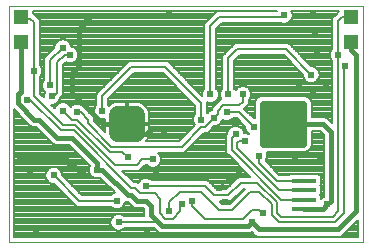
<source format=gbl>
G75*
%MOIN*%
%OFA0B0*%
%FSLAX24Y24*%
%IPPOS*%
%LPD*%
%AMOC8*
5,1,8,0,0,1.08239X$1,22.5*
%
%ADD10C,0.0000*%
%ADD11R,0.0787X0.0157*%
%ADD12C,0.0591*%
%ADD13C,0.0236*%
%ADD14R,0.0472X0.0472*%
%ADD15C,0.0240*%
%ADD16C,0.0160*%
%ADD17C,0.0080*%
%ADD18C,0.0280*%
D10*
X000680Y000380D02*
X000680Y008254D01*
X012491Y008254D01*
X012491Y000380D01*
X000680Y000380D01*
D11*
X010523Y001482D03*
X010523Y001797D03*
X010523Y002112D03*
X010523Y002427D03*
D12*
X004912Y004022D02*
X004322Y004022D01*
X004322Y004612D01*
X004912Y004612D01*
X004912Y004022D01*
X004912Y004612D02*
X004322Y004612D01*
D13*
X009154Y003648D02*
X010492Y003648D01*
X009154Y003648D02*
X009154Y004986D01*
X010492Y004986D01*
X010492Y003648D01*
X010492Y003883D02*
X009154Y003883D01*
X009154Y004118D02*
X010492Y004118D01*
X010492Y004353D02*
X009154Y004353D01*
X009154Y004588D02*
X010492Y004588D01*
X010492Y004823D02*
X009154Y004823D01*
D14*
X012097Y007053D03*
X012097Y007880D03*
X001074Y007880D03*
X001074Y007053D03*
D15*
X001520Y006080D03*
X002060Y005600D03*
X002120Y005240D03*
X002480Y004760D03*
X002960Y004700D03*
X003800Y004760D03*
X002840Y006080D03*
X002720Y006620D03*
X002480Y006860D03*
X001280Y005120D03*
X001040Y003140D03*
X001400Y002780D03*
X002180Y002600D03*
X002720Y002960D03*
X003140Y002600D03*
X003620Y002780D03*
X004640Y003200D03*
X005480Y003140D03*
X005600Y002660D03*
X005240Y002240D03*
X004280Y001760D03*
X004340Y001040D03*
X005300Y000680D03*
X006020Y001400D03*
X006440Y001640D03*
X006800Y001760D03*
X007700Y002180D03*
X007880Y001700D03*
X008780Y001040D03*
X009140Y001340D03*
X008360Y002660D03*
X009020Y003260D03*
X008540Y003740D03*
X008240Y003980D03*
X008840Y004220D03*
X007940Y004700D03*
X007520Y004520D03*
X007100Y004460D03*
X007400Y005300D03*
X008000Y005300D03*
X008480Y005300D03*
X010340Y005660D03*
X010760Y005960D03*
X011240Y005540D03*
X010820Y005360D03*
X011900Y006260D03*
X011660Y006620D03*
X010940Y006620D03*
X010880Y007340D03*
X010820Y008000D03*
X009860Y007940D03*
X006020Y008000D03*
X005840Y004100D03*
X010220Y003080D03*
X011060Y003080D03*
X011300Y001640D03*
X001580Y000740D03*
D16*
X003140Y002600D02*
X002600Y003140D01*
X001040Y003140D01*
X002300Y003860D02*
X002780Y003860D01*
X003620Y003020D01*
X003620Y002780D01*
X003800Y002780D01*
X004640Y001940D01*
X004760Y001940D01*
X004940Y001760D01*
X005240Y001760D01*
X005420Y001580D01*
X005420Y001280D01*
X005690Y001010D01*
X005780Y000920D01*
X008660Y000920D01*
X008780Y001040D01*
X009020Y000800D01*
X011660Y000800D01*
X012260Y001400D01*
X012260Y006620D01*
X012097Y006783D01*
X012097Y007053D01*
X011143Y004317D02*
X009823Y004317D01*
X011143Y004317D02*
X011420Y004040D01*
X011420Y001760D01*
X011300Y001640D01*
X011142Y001482D01*
X010523Y001482D01*
X011180Y001520D02*
X011300Y001640D01*
X005360Y003980D02*
X004617Y003980D01*
X004617Y004317D01*
X003823Y004317D01*
X002780Y005360D01*
X002780Y006020D01*
X002840Y006080D01*
X003020Y006260D01*
X003020Y007497D01*
X003320Y007797D01*
X001074Y007053D02*
X001074Y005394D01*
X000980Y005300D01*
X000980Y005000D01*
X001520Y004460D01*
X001700Y004460D01*
X002300Y003860D01*
D17*
X002097Y003724D02*
X002164Y003657D01*
X002252Y003620D01*
X002681Y003620D01*
X003377Y002924D01*
X003340Y002836D01*
X003340Y002724D01*
X003383Y002621D01*
X003461Y002543D01*
X003564Y002500D01*
X003676Y002500D01*
X003722Y002519D01*
X004208Y002033D01*
X004121Y001997D01*
X004084Y001960D01*
X003103Y001960D01*
X002460Y002603D01*
X002460Y002656D01*
X002417Y002759D01*
X002339Y002837D01*
X002236Y002880D01*
X002124Y002880D01*
X002021Y002837D01*
X001943Y002759D01*
X001900Y002656D01*
X001900Y002544D01*
X001943Y002441D01*
X002021Y002363D01*
X002124Y002320D01*
X002177Y002320D01*
X002937Y001560D01*
X004084Y001560D01*
X004121Y001523D01*
X004224Y001480D01*
X004336Y001480D01*
X004439Y001523D01*
X004517Y001601D01*
X004560Y001704D01*
X004560Y001713D01*
X004592Y001700D01*
X004661Y001700D01*
X004737Y001624D01*
X004804Y001557D01*
X004892Y001520D01*
X005141Y001520D01*
X005180Y001481D01*
X005180Y001240D01*
X004536Y001240D01*
X004499Y001277D01*
X004396Y001320D01*
X004284Y001320D01*
X004181Y001277D01*
X004103Y001199D01*
X004060Y001096D01*
X004060Y000984D01*
X004103Y000881D01*
X004181Y000803D01*
X004284Y000760D01*
X004396Y000760D01*
X004499Y000803D01*
X004536Y000840D01*
X005521Y000840D01*
X005577Y000784D01*
X005644Y000717D01*
X005732Y000680D01*
X008708Y000680D01*
X008773Y000707D01*
X008884Y000597D01*
X008972Y000560D01*
X011708Y000560D01*
X011796Y000597D01*
X011863Y000664D01*
X012331Y001132D01*
X012331Y000540D01*
X000840Y000540D01*
X000840Y004801D01*
X001317Y004324D01*
X001384Y004257D01*
X001472Y004220D01*
X001601Y004220D01*
X002097Y003724D01*
X002065Y003756D02*
X000840Y003756D01*
X000840Y003834D02*
X001987Y003834D01*
X001908Y003913D02*
X000840Y003913D01*
X000840Y003991D02*
X001830Y003991D01*
X001751Y004070D02*
X000840Y004070D01*
X000840Y004148D02*
X001673Y004148D01*
X001457Y004227D02*
X000840Y004227D01*
X000840Y004305D02*
X001336Y004305D01*
X001257Y004384D02*
X000840Y004384D01*
X000840Y004462D02*
X001179Y004462D01*
X001100Y004541D02*
X000840Y004541D01*
X000840Y004619D02*
X001022Y004619D01*
X000943Y004698D02*
X000840Y004698D01*
X000840Y004776D02*
X000865Y004776D01*
X001280Y005120D02*
X001400Y005120D01*
X002420Y004100D01*
X002840Y004100D01*
X004760Y002180D01*
X004880Y002180D01*
X005060Y002000D01*
X005540Y002000D01*
X005720Y001820D01*
X005720Y001340D01*
X005900Y001160D01*
X006140Y001160D01*
X006380Y001400D01*
X006380Y001580D01*
X006440Y001640D01*
X006800Y001580D02*
X006800Y001760D01*
X006800Y001580D02*
X007220Y001160D01*
X008480Y001160D01*
X008780Y001460D01*
X009020Y001460D01*
X009140Y001340D01*
X009440Y001280D02*
X009440Y001640D01*
X009020Y002060D01*
X008720Y002060D01*
X008120Y001460D01*
X007700Y001460D01*
X007100Y002060D01*
X006380Y002060D01*
X006020Y001700D01*
X006020Y001400D01*
X005660Y001040D02*
X005690Y001010D01*
X005660Y001040D02*
X004340Y001040D01*
X004083Y000930D02*
X000840Y000930D01*
X000840Y001008D02*
X004060Y001008D01*
X004060Y001087D02*
X000840Y001087D01*
X000840Y001165D02*
X004089Y001165D01*
X004148Y001244D02*
X000840Y001244D01*
X000840Y001322D02*
X005180Y001322D01*
X005180Y001244D02*
X004532Y001244D01*
X004473Y001558D02*
X004803Y001558D01*
X004737Y001624D02*
X004737Y001624D01*
X004725Y001636D02*
X004532Y001636D01*
X004280Y001760D02*
X003020Y001760D01*
X002180Y002600D01*
X001919Y002500D02*
X000840Y002500D01*
X000840Y002578D02*
X001900Y002578D01*
X001900Y002657D02*
X000840Y002657D01*
X000840Y002735D02*
X001933Y002735D01*
X001998Y002814D02*
X000840Y002814D01*
X000840Y002892D02*
X003363Y002892D01*
X003340Y002814D02*
X002362Y002814D01*
X002427Y002735D02*
X003340Y002735D01*
X003368Y002657D02*
X002460Y002657D01*
X002485Y002578D02*
X003426Y002578D01*
X003741Y002500D02*
X002563Y002500D01*
X002642Y002421D02*
X003820Y002421D01*
X003898Y002343D02*
X002720Y002343D01*
X002799Y002264D02*
X003977Y002264D01*
X004055Y002186D02*
X002877Y002186D01*
X002956Y002107D02*
X004134Y002107D01*
X004197Y002029D02*
X003034Y002029D01*
X002783Y001715D02*
X000840Y001715D01*
X000840Y001793D02*
X002704Y001793D01*
X002626Y001872D02*
X000840Y001872D01*
X000840Y001950D02*
X002547Y001950D01*
X002469Y002029D02*
X000840Y002029D01*
X000840Y002107D02*
X002390Y002107D01*
X002312Y002186D02*
X000840Y002186D01*
X000840Y002264D02*
X002233Y002264D01*
X002070Y002343D02*
X000840Y002343D01*
X000840Y002421D02*
X001963Y002421D01*
X002861Y001636D02*
X000840Y001636D01*
X000840Y001558D02*
X004087Y001558D01*
X004133Y000851D02*
X000840Y000851D01*
X000840Y000773D02*
X004254Y000773D01*
X004426Y000773D02*
X005588Y000773D01*
X005698Y000694D02*
X000840Y000694D01*
X000840Y000616D02*
X008865Y000616D01*
X008787Y000694D02*
X008742Y000694D01*
X009440Y001280D02*
X009680Y001040D01*
X011540Y001040D01*
X011840Y001340D01*
X011840Y006200D01*
X011900Y006260D01*
X011460Y006268D02*
X010735Y006268D01*
X010763Y006240D02*
X010003Y007000D01*
X008217Y007000D01*
X008100Y006883D01*
X007800Y006583D01*
X007800Y005496D01*
X007763Y005459D01*
X007720Y005356D01*
X007720Y005244D01*
X007763Y005141D01*
X007764Y005140D01*
X007737Y005140D01*
X007557Y004960D01*
X007440Y004843D01*
X007440Y004790D01*
X007361Y004757D01*
X007300Y004696D01*
X007300Y005038D01*
X007344Y005020D01*
X007456Y005020D01*
X007559Y005063D01*
X007637Y005141D01*
X007680Y005244D01*
X007680Y005356D01*
X007637Y005459D01*
X007600Y005496D01*
X007600Y007497D01*
X007783Y007680D01*
X009756Y007680D01*
X009804Y007660D01*
X009916Y007660D01*
X010019Y007703D01*
X010097Y007781D01*
X010140Y007884D01*
X010140Y007996D01*
X010099Y008094D01*
X011701Y008094D01*
X011701Y008080D01*
X011697Y008080D01*
X011580Y007963D01*
X011460Y007843D01*
X011460Y006816D01*
X011423Y006779D01*
X011380Y006676D01*
X011380Y006564D01*
X011423Y006461D01*
X011460Y006424D01*
X011460Y004339D01*
X011279Y004520D01*
X011191Y004557D01*
X010771Y004557D01*
X010771Y005042D01*
X010728Y005144D01*
X010650Y005222D01*
X010548Y005264D01*
X009099Y005264D01*
X008996Y005222D01*
X008918Y005144D01*
X008876Y005042D01*
X008876Y004500D01*
X008843Y004500D01*
X008523Y004820D01*
X008560Y004857D01*
X008680Y004977D01*
X008680Y005104D01*
X008717Y005141D01*
X008760Y005244D01*
X008760Y005356D01*
X008717Y005459D01*
X008639Y005537D01*
X008536Y005580D01*
X008424Y005580D01*
X008321Y005537D01*
X008243Y005459D01*
X008240Y005452D01*
X008237Y005459D01*
X008200Y005496D01*
X008200Y006417D01*
X008383Y006600D01*
X009837Y006600D01*
X010480Y005957D01*
X010480Y005904D01*
X010523Y005801D01*
X010601Y005723D01*
X010704Y005680D01*
X010816Y005680D01*
X010919Y005723D01*
X010997Y005801D01*
X011040Y005904D01*
X011040Y006016D01*
X010997Y006119D01*
X010919Y006197D01*
X010816Y006240D01*
X010763Y006240D01*
X010657Y006346D02*
X011460Y006346D01*
X011460Y006425D02*
X010578Y006425D01*
X010500Y006503D02*
X011405Y006503D01*
X011380Y006582D02*
X010421Y006582D01*
X010343Y006660D02*
X011380Y006660D01*
X011406Y006739D02*
X010264Y006739D01*
X010186Y006817D02*
X011460Y006817D01*
X011460Y006896D02*
X010107Y006896D01*
X010029Y006974D02*
X011460Y006974D01*
X011460Y007053D02*
X007600Y007053D01*
X007600Y007131D02*
X011460Y007131D01*
X011460Y007210D02*
X007600Y007210D01*
X007600Y007288D02*
X011460Y007288D01*
X011460Y007367D02*
X007600Y007367D01*
X007600Y007445D02*
X011460Y007445D01*
X011460Y007524D02*
X007626Y007524D01*
X007705Y007602D02*
X011460Y007602D01*
X011460Y007681D02*
X009965Y007681D01*
X010075Y007759D02*
X011460Y007759D01*
X011460Y007838D02*
X010121Y007838D01*
X010140Y007916D02*
X011533Y007916D01*
X011612Y007995D02*
X010140Y007995D01*
X010108Y008073D02*
X011690Y008073D01*
X011780Y007880D02*
X012097Y007880D01*
X011780Y007880D02*
X011660Y007760D01*
X011660Y006620D01*
X011660Y001400D01*
X011480Y001220D01*
X009740Y001220D01*
X009620Y001340D01*
X009620Y001700D01*
X008960Y002360D01*
X008420Y002360D01*
X008000Y001940D01*
X007520Y001940D01*
X007220Y002240D01*
X005240Y002240D01*
X005436Y002440D02*
X005399Y002477D01*
X005296Y002520D01*
X005184Y002520D01*
X005081Y002477D01*
X005003Y002399D01*
X004986Y002357D01*
X004963Y002380D01*
X004843Y002380D01*
X004463Y002760D01*
X005023Y002760D01*
X005140Y002877D01*
X005203Y002940D01*
X005284Y002940D01*
X005321Y002903D01*
X005424Y002860D01*
X005536Y002860D01*
X005639Y002903D01*
X005717Y002981D01*
X005760Y003084D01*
X005760Y003196D01*
X005717Y003299D01*
X005656Y003360D01*
X006523Y003360D01*
X007183Y004020D01*
X007303Y004020D01*
X007523Y004240D01*
X007576Y004240D01*
X007679Y004283D01*
X007757Y004361D01*
X007797Y004456D01*
X007884Y004420D01*
X007996Y004420D01*
X008099Y004463D01*
X008136Y004500D01*
X008277Y004500D01*
X008560Y004217D01*
X008560Y004164D01*
X008603Y004061D01*
X008678Y003986D01*
X008596Y004020D01*
X008520Y004020D01*
X008520Y004036D01*
X008477Y004139D01*
X008399Y004217D01*
X008296Y004260D01*
X008184Y004260D01*
X008081Y004217D01*
X008003Y004139D01*
X007960Y004036D01*
X007960Y003983D01*
X007920Y003943D01*
X007920Y003357D01*
X008037Y003240D01*
X008717Y002560D01*
X008337Y002560D01*
X008220Y002443D01*
X007917Y002140D01*
X007603Y002140D01*
X007303Y002440D01*
X005436Y002440D01*
X005345Y002500D02*
X008277Y002500D01*
X008180Y002480D02*
X008000Y002480D01*
X007700Y002180D01*
X007557Y002186D02*
X007963Y002186D01*
X008041Y002264D02*
X007479Y002264D01*
X007400Y002343D02*
X008120Y002343D01*
X008198Y002421D02*
X007322Y002421D01*
X008136Y001793D02*
X008170Y001793D01*
X008214Y001872D02*
X008249Y001872D01*
X008293Y001950D02*
X008327Y001950D01*
X008371Y002029D02*
X008406Y002029D01*
X008450Y002107D02*
X008484Y002107D01*
X008503Y002160D02*
X008537Y002160D01*
X008037Y001660D01*
X007783Y001660D01*
X007703Y001740D01*
X007917Y001740D01*
X008083Y001740D01*
X008503Y002160D01*
X008180Y002480D02*
X008360Y002660D01*
X008464Y002814D02*
X005076Y002814D01*
X005155Y002892D02*
X005347Y002892D01*
X005613Y002892D02*
X008385Y002892D01*
X008307Y002971D02*
X005706Y002971D01*
X005745Y003049D02*
X008228Y003049D01*
X008150Y003128D02*
X005760Y003128D01*
X005756Y003206D02*
X008071Y003206D01*
X007993Y003285D02*
X005723Y003285D01*
X005480Y003140D02*
X005120Y003140D01*
X004940Y002960D01*
X004220Y002960D01*
X002900Y004280D01*
X002480Y004280D01*
X001520Y005240D01*
X001520Y005900D01*
X001520Y006080D01*
X001520Y007700D01*
X001400Y007820D01*
X001134Y007820D01*
X001074Y007880D01*
X001470Y008020D02*
X001470Y008094D01*
X009621Y008094D01*
X009615Y008080D01*
X007617Y008080D01*
X007500Y007963D01*
X007200Y007663D01*
X007200Y005496D01*
X007163Y005459D01*
X007120Y005356D01*
X007120Y005263D01*
X005983Y006400D01*
X004677Y006400D01*
X004560Y006283D01*
X004560Y006283D01*
X003717Y005440D01*
X003600Y005323D01*
X003600Y004956D01*
X003563Y004919D01*
X003520Y004816D01*
X003520Y004704D01*
X003563Y004601D01*
X003641Y004523D01*
X003744Y004480D01*
X003856Y004480D01*
X003886Y004493D01*
X003886Y004357D01*
X004577Y004357D01*
X004577Y004277D01*
X004577Y003760D01*
X004657Y003760D01*
X004657Y004277D01*
X004577Y004277D01*
X003886Y004277D01*
X003886Y004056D01*
X003520Y004423D01*
X003520Y004543D01*
X003403Y004660D01*
X003163Y004900D01*
X003156Y004900D01*
X003119Y004937D01*
X003016Y004980D01*
X002904Y004980D01*
X002801Y004937D01*
X002736Y004872D01*
X002717Y004919D01*
X002639Y004997D01*
X002536Y005040D01*
X002424Y005040D01*
X002321Y004997D01*
X002243Y004919D01*
X002208Y004835D01*
X002083Y004960D01*
X002176Y004960D01*
X002279Y005003D01*
X002357Y005081D01*
X002395Y005172D01*
X002500Y005277D01*
X002500Y006297D01*
X002578Y006376D01*
X002664Y006340D01*
X002776Y006340D01*
X002879Y006383D01*
X002957Y006461D01*
X003000Y006564D01*
X003000Y006676D01*
X002957Y006779D01*
X002879Y006857D01*
X002776Y006900D01*
X002760Y006900D01*
X002760Y006916D01*
X002717Y007019D01*
X002639Y007097D01*
X002536Y007140D01*
X002424Y007140D01*
X002321Y007097D01*
X002243Y007019D01*
X002200Y006916D01*
X002200Y006863D01*
X001860Y006523D01*
X001860Y005796D01*
X001823Y005759D01*
X001780Y005656D01*
X001780Y005544D01*
X001823Y005441D01*
X001878Y005386D01*
X001840Y005296D01*
X001840Y005203D01*
X001720Y005323D01*
X001720Y005884D01*
X001757Y005921D01*
X001800Y006024D01*
X001800Y006136D01*
X001757Y006239D01*
X001720Y006276D01*
X001720Y007783D01*
X001600Y007903D01*
X001483Y008020D01*
X001470Y008020D01*
X001508Y007995D02*
X007532Y007995D01*
X007610Y008073D02*
X001470Y008073D01*
X001587Y007916D02*
X007453Y007916D01*
X007375Y007838D02*
X001665Y007838D01*
X001720Y007759D02*
X007296Y007759D01*
X007218Y007681D02*
X001720Y007681D01*
X001720Y007602D02*
X007200Y007602D01*
X007200Y007524D02*
X001720Y007524D01*
X001720Y007445D02*
X007200Y007445D01*
X007200Y007367D02*
X001720Y007367D01*
X001720Y007288D02*
X007200Y007288D01*
X007200Y007210D02*
X001720Y007210D01*
X001720Y007131D02*
X002403Y007131D01*
X002277Y007053D02*
X001720Y007053D01*
X001720Y006974D02*
X002224Y006974D01*
X002200Y006896D02*
X001720Y006896D01*
X001720Y006817D02*
X002154Y006817D01*
X002076Y006739D02*
X001720Y006739D01*
X001720Y006660D02*
X001997Y006660D01*
X001919Y006582D02*
X001720Y006582D01*
X001720Y006503D02*
X001860Y006503D01*
X001860Y006425D02*
X001720Y006425D01*
X001720Y006346D02*
X001860Y006346D01*
X001860Y006268D02*
X001728Y006268D01*
X001778Y006189D02*
X001860Y006189D01*
X001860Y006111D02*
X001800Y006111D01*
X001800Y006032D02*
X001860Y006032D01*
X001860Y005954D02*
X001771Y005954D01*
X001720Y005875D02*
X001860Y005875D01*
X001860Y005797D02*
X001720Y005797D01*
X001720Y005718D02*
X001806Y005718D01*
X001780Y005640D02*
X001720Y005640D01*
X001720Y005561D02*
X001780Y005561D01*
X001806Y005483D02*
X001720Y005483D01*
X001720Y005404D02*
X001860Y005404D01*
X001852Y005326D02*
X001720Y005326D01*
X001796Y005247D02*
X001840Y005247D01*
X002120Y005240D02*
X002180Y005240D01*
X002300Y005360D01*
X002300Y006380D01*
X002540Y006620D01*
X002720Y006620D01*
X002975Y006503D02*
X007200Y006503D01*
X007200Y006425D02*
X002920Y006425D01*
X002790Y006346D02*
X004623Y006346D01*
X004545Y006268D02*
X002500Y006268D01*
X002500Y006189D02*
X004466Y006189D01*
X004388Y006111D02*
X002500Y006111D01*
X002500Y006032D02*
X004309Y006032D01*
X004231Y005954D02*
X002500Y005954D01*
X002500Y005875D02*
X004152Y005875D01*
X004074Y005797D02*
X002500Y005797D01*
X002500Y005718D02*
X003995Y005718D01*
X003917Y005640D02*
X002500Y005640D01*
X002500Y005561D02*
X003838Y005561D01*
X003760Y005483D02*
X002500Y005483D01*
X002500Y005404D02*
X003681Y005404D01*
X003717Y005440D02*
X003717Y005440D01*
X003603Y005326D02*
X002500Y005326D01*
X002470Y005247D02*
X003600Y005247D01*
X003600Y005169D02*
X002393Y005169D01*
X002361Y005090D02*
X003600Y005090D01*
X003600Y005012D02*
X002604Y005012D01*
X002703Y004933D02*
X002797Y004933D01*
X002960Y004700D02*
X003080Y004700D01*
X003320Y004460D01*
X003320Y004340D01*
X004100Y003560D01*
X006440Y003560D01*
X007100Y004220D01*
X007220Y004220D01*
X007520Y004520D01*
X007640Y004640D01*
X007640Y004760D01*
X007820Y004940D01*
X008360Y004940D01*
X008480Y005060D01*
X008480Y005300D01*
X008740Y005404D02*
X011460Y005404D01*
X011460Y005326D02*
X008760Y005326D01*
X008760Y005247D02*
X009057Y005247D01*
X008943Y005169D02*
X008729Y005169D01*
X008680Y005090D02*
X008896Y005090D01*
X008876Y005012D02*
X008680Y005012D01*
X008636Y004933D02*
X008876Y004933D01*
X008876Y004855D02*
X008557Y004855D01*
X008567Y004776D02*
X008876Y004776D01*
X008876Y004698D02*
X008645Y004698D01*
X008724Y004619D02*
X008876Y004619D01*
X008876Y004541D02*
X008802Y004541D01*
X008551Y004227D02*
X008377Y004227D01*
X008468Y004148D02*
X008567Y004148D01*
X008599Y004070D02*
X008506Y004070D01*
X008666Y003991D02*
X008673Y003991D01*
X008840Y004220D02*
X008360Y004700D01*
X007940Y004700D01*
X008097Y004462D02*
X008315Y004462D01*
X008394Y004384D02*
X007767Y004384D01*
X007701Y004305D02*
X008472Y004305D01*
X008103Y004227D02*
X007509Y004227D01*
X007431Y004148D02*
X008012Y004148D01*
X007974Y004070D02*
X007352Y004070D01*
X007154Y003991D02*
X007960Y003991D01*
X007920Y003913D02*
X007075Y003913D01*
X006997Y003834D02*
X007920Y003834D01*
X007920Y003756D02*
X006918Y003756D01*
X006840Y003677D02*
X007920Y003677D01*
X007920Y003599D02*
X006761Y003599D01*
X006683Y003520D02*
X007920Y003520D01*
X007920Y003442D02*
X006604Y003442D01*
X006526Y003363D02*
X007920Y003363D01*
X008120Y003440D02*
X008120Y003860D01*
X008240Y003980D01*
X008360Y003740D02*
X008540Y003740D01*
X008360Y003740D02*
X008300Y003680D01*
X008300Y003500D01*
X009688Y002112D01*
X010523Y002112D01*
X010523Y001797D02*
X009763Y001797D01*
X008120Y003440D01*
X008542Y002735D02*
X004488Y002735D01*
X004566Y002657D02*
X008621Y002657D01*
X008699Y002578D02*
X004645Y002578D01*
X004723Y002500D02*
X005135Y002500D01*
X005025Y002421D02*
X004802Y002421D01*
X004640Y003200D02*
X004460Y003380D01*
X004040Y003380D01*
X002960Y004460D01*
X002780Y004460D01*
X002480Y004760D01*
X002216Y004855D02*
X002188Y004855D01*
X002257Y004933D02*
X002110Y004933D01*
X002287Y005012D02*
X002356Y005012D01*
X002060Y005600D02*
X002060Y006440D01*
X002480Y006860D01*
X002736Y006974D02*
X007200Y006974D01*
X007200Y006896D02*
X002787Y006896D01*
X002919Y006817D02*
X007200Y006817D01*
X007200Y006739D02*
X002974Y006739D01*
X003000Y006660D02*
X007200Y006660D01*
X007200Y006582D02*
X003000Y006582D01*
X002650Y006346D02*
X002549Y006346D01*
X002683Y007053D02*
X007200Y007053D01*
X007200Y007131D02*
X002557Y007131D01*
X004482Y005640D02*
X006178Y005640D01*
X006099Y005718D02*
X004561Y005718D01*
X004639Y005797D02*
X006021Y005797D01*
X005942Y005875D02*
X004718Y005875D01*
X004796Y005954D02*
X005864Y005954D01*
X005817Y006000D02*
X006900Y004917D01*
X006900Y004656D01*
X006863Y004619D01*
X005348Y004619D01*
X005348Y004647D02*
X005337Y004714D01*
X005316Y004779D01*
X005285Y004840D01*
X005244Y004896D01*
X005196Y004944D01*
X005140Y004985D01*
X005079Y005016D01*
X005014Y005037D01*
X004947Y005048D01*
X004657Y005048D01*
X004657Y004357D01*
X004577Y004357D01*
X004577Y005048D01*
X004287Y005048D01*
X004220Y005037D01*
X004155Y005016D01*
X004094Y004985D01*
X004038Y004944D01*
X004025Y004931D01*
X004000Y004956D01*
X004000Y005157D01*
X004843Y006000D01*
X005817Y006000D01*
X005900Y006200D02*
X007100Y005000D01*
X007100Y004460D01*
X006863Y004619D02*
X006820Y004516D01*
X006820Y004404D01*
X006863Y004301D01*
X006881Y004283D01*
X006357Y003760D01*
X005260Y003760D01*
X005285Y003794D01*
X005316Y003855D01*
X005337Y003920D01*
X005348Y003987D01*
X005348Y004277D01*
X004657Y004277D01*
X004657Y004357D01*
X005348Y004357D01*
X005348Y004647D01*
X005339Y004698D02*
X006900Y004698D01*
X006900Y004776D02*
X005317Y004776D01*
X005274Y004855D02*
X006900Y004855D01*
X006884Y004933D02*
X005207Y004933D01*
X005088Y005012D02*
X006806Y005012D01*
X006727Y005090D02*
X004000Y005090D01*
X004000Y005012D02*
X004146Y005012D01*
X004027Y004933D02*
X004023Y004933D01*
X003800Y004760D02*
X003800Y005240D01*
X004760Y006200D01*
X005900Y006200D01*
X006037Y006346D02*
X007200Y006346D01*
X007200Y006268D02*
X006115Y006268D01*
X006194Y006189D02*
X007200Y006189D01*
X007200Y006111D02*
X006272Y006111D01*
X006351Y006032D02*
X007200Y006032D01*
X007200Y005954D02*
X006429Y005954D01*
X006508Y005875D02*
X007200Y005875D01*
X007200Y005797D02*
X006586Y005797D01*
X006665Y005718D02*
X007200Y005718D01*
X007200Y005640D02*
X006743Y005640D01*
X006822Y005561D02*
X007200Y005561D01*
X007187Y005483D02*
X006900Y005483D01*
X006979Y005404D02*
X007140Y005404D01*
X007120Y005326D02*
X007057Y005326D01*
X007400Y005300D02*
X007400Y007580D01*
X007700Y007880D01*
X009800Y007880D01*
X009860Y007940D01*
X009920Y006800D02*
X008300Y006800D01*
X008000Y006500D01*
X008000Y005300D01*
X007740Y005404D02*
X007660Y005404D01*
X007680Y005326D02*
X007720Y005326D01*
X007720Y005247D02*
X007680Y005247D01*
X007649Y005169D02*
X007751Y005169D01*
X007687Y005090D02*
X007586Y005090D01*
X007609Y005012D02*
X007300Y005012D01*
X007300Y004933D02*
X007530Y004933D01*
X007452Y004855D02*
X007300Y004855D01*
X007300Y004776D02*
X007406Y004776D01*
X007302Y004698D02*
X007300Y004698D01*
X006830Y004541D02*
X005348Y004541D01*
X005348Y004462D02*
X006820Y004462D01*
X006829Y004384D02*
X005348Y004384D01*
X005348Y004227D02*
X006824Y004227D01*
X006861Y004305D02*
X004657Y004305D01*
X004657Y004227D02*
X004577Y004227D01*
X004577Y004305D02*
X003638Y004305D01*
X003716Y004227D02*
X003886Y004227D01*
X003886Y004148D02*
X003795Y004148D01*
X003873Y004070D02*
X003886Y004070D01*
X003886Y004384D02*
X003559Y004384D01*
X003520Y004462D02*
X003886Y004462D01*
X003624Y004541D02*
X003520Y004541D01*
X003555Y004619D02*
X003444Y004619D01*
X003365Y004698D02*
X003523Y004698D01*
X003520Y004776D02*
X003287Y004776D01*
X003208Y004855D02*
X003536Y004855D01*
X003577Y004933D02*
X003123Y004933D01*
X004011Y005169D02*
X006649Y005169D01*
X006570Y005247D02*
X004090Y005247D01*
X004168Y005326D02*
X006492Y005326D01*
X006413Y005404D02*
X004247Y005404D01*
X004325Y005483D02*
X006335Y005483D01*
X006256Y005561D02*
X004404Y005561D01*
X004577Y005012D02*
X004657Y005012D01*
X004657Y004933D02*
X004577Y004933D01*
X004577Y004855D02*
X004657Y004855D01*
X004657Y004776D02*
X004577Y004776D01*
X004577Y004698D02*
X004657Y004698D01*
X004657Y004619D02*
X004577Y004619D01*
X004577Y004541D02*
X004657Y004541D01*
X004657Y004462D02*
X004577Y004462D01*
X004577Y004384D02*
X004657Y004384D01*
X004657Y004148D02*
X004577Y004148D01*
X004577Y004070D02*
X004657Y004070D01*
X004657Y003991D02*
X004577Y003991D01*
X004577Y003913D02*
X004657Y003913D01*
X004657Y003834D02*
X004577Y003834D01*
X005305Y003834D02*
X006431Y003834D01*
X006510Y003913D02*
X005334Y003913D01*
X005348Y003991D02*
X006588Y003991D01*
X006667Y004070D02*
X005348Y004070D01*
X005348Y004148D02*
X006745Y004148D01*
X007613Y005483D02*
X007787Y005483D01*
X007800Y005561D02*
X007600Y005561D01*
X007600Y005640D02*
X007800Y005640D01*
X007800Y005718D02*
X007600Y005718D01*
X007600Y005797D02*
X007800Y005797D01*
X007800Y005875D02*
X007600Y005875D01*
X007600Y005954D02*
X007800Y005954D01*
X007800Y006032D02*
X007600Y006032D01*
X007600Y006111D02*
X007800Y006111D01*
X007800Y006189D02*
X007600Y006189D01*
X007600Y006268D02*
X007800Y006268D01*
X007800Y006346D02*
X007600Y006346D01*
X007600Y006425D02*
X007800Y006425D01*
X007800Y006503D02*
X007600Y006503D01*
X007600Y006582D02*
X007800Y006582D01*
X007877Y006660D02*
X007600Y006660D01*
X007600Y006739D02*
X007956Y006739D01*
X008034Y006817D02*
X007600Y006817D01*
X007600Y006896D02*
X008113Y006896D01*
X008191Y006974D02*
X007600Y006974D01*
X008207Y006425D02*
X010013Y006425D01*
X009934Y006503D02*
X008286Y006503D01*
X008364Y006582D02*
X009856Y006582D01*
X009920Y006800D02*
X010760Y005960D01*
X010992Y005797D02*
X011460Y005797D01*
X011460Y005875D02*
X011028Y005875D01*
X011040Y005954D02*
X011460Y005954D01*
X011460Y006032D02*
X011033Y006032D01*
X011001Y006111D02*
X011460Y006111D01*
X011460Y006189D02*
X010927Y006189D01*
X010492Y005875D02*
X008200Y005875D01*
X008200Y005797D02*
X010528Y005797D01*
X010613Y005718D02*
X008200Y005718D01*
X008200Y005640D02*
X011460Y005640D01*
X011460Y005718D02*
X010907Y005718D01*
X010480Y005954D02*
X008200Y005954D01*
X008200Y006032D02*
X010405Y006032D01*
X010327Y006111D02*
X008200Y006111D01*
X008200Y006189D02*
X010248Y006189D01*
X010170Y006268D02*
X008200Y006268D01*
X008200Y006346D02*
X010091Y006346D01*
X011460Y005483D02*
X008693Y005483D01*
X008582Y005561D02*
X011460Y005561D01*
X011460Y005247D02*
X010590Y005247D01*
X010704Y005169D02*
X011460Y005169D01*
X011460Y005090D02*
X010751Y005090D01*
X010771Y005012D02*
X011460Y005012D01*
X011460Y004933D02*
X010771Y004933D01*
X010771Y004855D02*
X011460Y004855D01*
X011460Y004776D02*
X010771Y004776D01*
X010771Y004698D02*
X011460Y004698D01*
X011460Y004619D02*
X010771Y004619D01*
X011231Y004541D02*
X011460Y004541D01*
X011460Y004462D02*
X011337Y004462D01*
X011416Y004384D02*
X011460Y004384D01*
X011051Y004070D02*
X010771Y004070D01*
X010771Y004077D02*
X011044Y004077D01*
X011180Y003941D01*
X011180Y001893D01*
X011141Y001877D01*
X011076Y001812D01*
X011076Y001942D01*
X011064Y001955D01*
X011076Y001967D01*
X011076Y002257D01*
X011064Y002270D01*
X011076Y002282D01*
X011076Y002572D01*
X010982Y002666D01*
X010063Y002666D01*
X010024Y002627D01*
X009696Y002627D01*
X009239Y003083D01*
X009257Y003101D01*
X009300Y003204D01*
X009300Y003316D01*
X009278Y003370D01*
X010548Y003370D01*
X010650Y003412D01*
X010728Y003490D01*
X010771Y003592D01*
X010771Y004077D01*
X010771Y003991D02*
X011130Y003991D01*
X011180Y003913D02*
X010771Y003913D01*
X010771Y003834D02*
X011180Y003834D01*
X011180Y003756D02*
X010771Y003756D01*
X010771Y003677D02*
X011180Y003677D01*
X011180Y003599D02*
X010771Y003599D01*
X010741Y003520D02*
X011180Y003520D01*
X011180Y003442D02*
X010680Y003442D01*
X011180Y003363D02*
X009280Y003363D01*
X009300Y003285D02*
X011180Y003285D01*
X011180Y003206D02*
X009300Y003206D01*
X009268Y003128D02*
X011180Y003128D01*
X011180Y003049D02*
X009274Y003049D01*
X009352Y002971D02*
X011180Y002971D01*
X011180Y002892D02*
X009431Y002892D01*
X009509Y002814D02*
X011180Y002814D01*
X011180Y002735D02*
X009588Y002735D01*
X009666Y002657D02*
X010053Y002657D01*
X009613Y002427D02*
X009020Y003020D01*
X009020Y003260D01*
X009613Y002427D02*
X010523Y002427D01*
X010992Y002657D02*
X011180Y002657D01*
X011180Y002578D02*
X011070Y002578D01*
X011076Y002500D02*
X011180Y002500D01*
X011180Y002421D02*
X011076Y002421D01*
X011076Y002343D02*
X011180Y002343D01*
X011180Y002264D02*
X011070Y002264D01*
X011076Y002186D02*
X011180Y002186D01*
X011180Y002107D02*
X011076Y002107D01*
X011076Y002029D02*
X011180Y002029D01*
X011180Y001950D02*
X011069Y001950D01*
X011076Y001872D02*
X011136Y001872D01*
X012286Y001087D02*
X012331Y001087D01*
X012331Y001008D02*
X012207Y001008D01*
X012129Y000930D02*
X012331Y000930D01*
X012331Y000851D02*
X012050Y000851D01*
X011972Y000773D02*
X012331Y000773D01*
X012331Y000694D02*
X011893Y000694D01*
X011815Y000616D02*
X012331Y000616D01*
X011060Y003080D02*
X010220Y003080D01*
X008092Y001715D02*
X007728Y001715D01*
X005180Y001479D02*
X000840Y001479D01*
X000840Y001401D02*
X005180Y001401D01*
X003330Y002971D02*
X000840Y002971D01*
X000840Y003049D02*
X003252Y003049D01*
X003173Y003128D02*
X000840Y003128D01*
X000840Y003206D02*
X003095Y003206D01*
X003016Y003285D02*
X000840Y003285D01*
X000840Y003363D02*
X002938Y003363D01*
X002859Y003442D02*
X000840Y003442D01*
X000840Y003520D02*
X002781Y003520D01*
X002702Y003599D02*
X000840Y003599D01*
X000840Y003677D02*
X002144Y003677D01*
X008213Y005483D02*
X008267Y005483D01*
X008200Y005561D02*
X008378Y005561D01*
D18*
X005360Y003980D03*
X003320Y007797D03*
M02*

</source>
